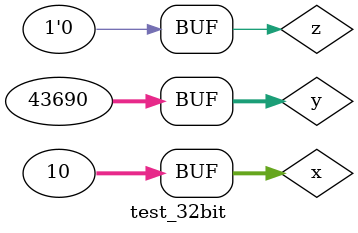
<source format=v>
module test_8bit;	
    reg [7:0] x,y;
    reg z;
    wire [7:0] sum;
    wire cout;
    bit8_FA fa(sum,cout,x,y,z);
    initial
    begin
    $monitor($time,"in1=%b,in2=%b,sum=%b,cout=%b",x,y,sum,cout);
    end
    initial
    begin
        #0 x=8'h00;y=8'hAA;z=1'b0;
        #3 x=8'h01;y=8'hAA;z=1'b0;
        #3 x=8'h02;y=8'hAA;z=1'b0;
        #3 x=8'h0A;y=8'hAA;z=1'b0;
   end
endmodule

module test_32bit;
    reg [31:0] x,y;
    reg z;
    wire [31:0] sum;
    wire cout;
    
    
    bit32_FA fa(sum,cout,x,y,z);
    
    initial
    begin
    $monitor($time,"in1=%b,in2=%b,sum=%b,cout=%b",x,y,sum,cout);
    end
    
    
    initial
    begin
        #0 x=32'h0000;y=32'hAAAA;z=1'b0;
        #3 x=32'h0001;y=32'hAAAA;z=1'b0;
        #3 x=32'h0002;y=32'hAAAA;z=1'b0;
        #3 x=32'h000A;y=32'hAAAA;z=1'b0;
   end
  endmodule

</source>
